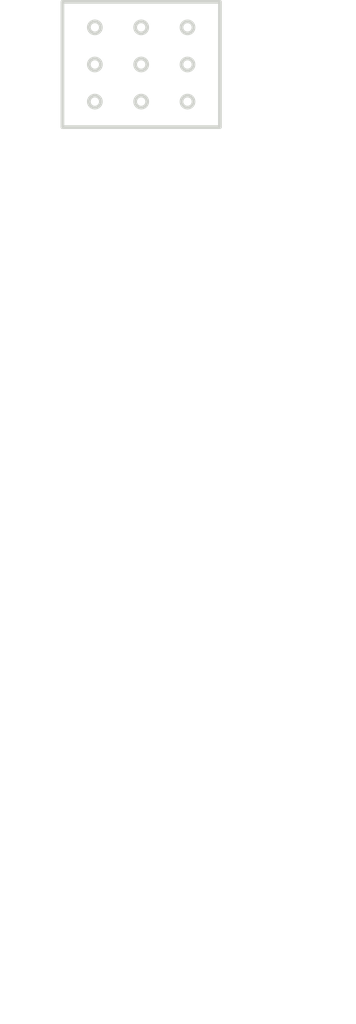
<source format=kicad_pcb>
(kicad_pcb (version 20171130) (host pcbnew 5.1.12-84ad8e8a86~92~ubuntu20.04.1)

  (general
    (thickness 1)
    (drawings 14)
    (tracks 0)
    (zones 0)
    (modules 0)
    (nets 1)
  )

  (page A4 portrait)
  (title_block
    (title ТКП-3.43.A)
    (date 2024-08-09)
    (rev 2A)
    (company "Spacer PBS-24-302SP [REV2A]")
    (comment 1 http://github.com/Adept666)
    (comment 2 "Igor Ivanov (Игорь Иванов)")
    (comment 3 -ТТКРЧПДЛ-)
    (comment 4 "This project is licensed under GNU General Public License v3.0 or later")
  )

  (layers
    (0 F.Cu signal)
    (31 B.Cu signal)
    (41 Cmts.User user)
    (44 Edge.Cuts user)
    (45 Margin user)
    (46 B.CrtYd user)
    (47 F.CrtYd user)
  )

  (setup
    (last_trace_width 1)
    (user_trace_width 0.6)
    (trace_clearance 0)
    (zone_clearance 0.6)
    (zone_45_only no)
    (trace_min 0.2)
    (via_size 1.5)
    (via_drill 0.5)
    (via_min_size 0.4)
    (via_min_drill 0.3)
    (uvia_size 0.3)
    (uvia_drill 0.1)
    (uvias_allowed no)
    (uvia_min_size 0.2)
    (uvia_min_drill 0.1)
    (edge_width 0.4)
    (segment_width 0.2)
    (pcb_text_width 0.3)
    (pcb_text_size 1.5 1.5)
    (mod_edge_width 0.15)
    (mod_text_size 1 1)
    (mod_text_width 0.15)
    (pad_size 1.6 1.8)
    (pad_drill 0)
    (pad_to_mask_clearance 0.1)
    (solder_mask_min_width 0.2)
    (aux_axis_origin 0 0)
    (visible_elements 7FFFFFFF)
    (pcbplotparams
      (layerselection 0x00200_7ffffffe)
      (usegerberextensions false)
      (usegerberattributes false)
      (usegerberadvancedattributes false)
      (creategerberjobfile false)
      (excludeedgelayer false)
      (linewidth 0.100000)
      (plotframeref true)
      (viasonmask false)
      (mode 1)
      (useauxorigin false)
      (hpglpennumber 1)
      (hpglpenspeed 20)
      (hpglpendiameter 15.000000)
      (psnegative false)
      (psa4output false)
      (plotreference false)
      (plotvalue false)
      (plotinvisibletext false)
      (padsonsilk true)
      (subtractmaskfromsilk false)
      (outputformat 4)
      (mirror false)
      (drillshape 0)
      (scaleselection 1)
      (outputdirectory ""))
  )

  (net 0 "")

  (net_class Default "This is the default net class."
    (clearance 0)
    (trace_width 1)
    (via_dia 1.5)
    (via_drill 0.5)
    (uvia_dia 0.3)
    (uvia_drill 0.1)
  )

  (gr_text "1. Толщина 1.0 мм." (at 90.17 250.19) (layer Cmts.User) (tstamp 66B56F24)
    (effects (font (size 2.54 2.54) (thickness 0.2)) (justify left))
  )
  (gr_circle (center 110.41 152.59) (end 111.06 152.59) (layer Edge.Cuts) (width 0.4) (tstamp 63D7F470))
  (gr_circle (center 105.41 152.59) (end 106.06 152.59) (layer Edge.Cuts) (width 0.4) (tstamp 63D7F470))
  (gr_circle (center 100.41 152.59) (end 101.06 152.59) (layer Edge.Cuts) (width 0.4) (tstamp 63D7F470))
  (gr_circle (center 110.41 148.59) (end 111.06 148.59) (layer Edge.Cuts) (width 0.4) (tstamp 63D7F470))
  (gr_circle (center 105.41 148.59) (end 106.06 148.59) (layer Edge.Cuts) (width 0.4) (tstamp 63D7F470))
  (gr_circle (center 100.41 148.59) (end 101.06 148.59) (layer Edge.Cuts) (width 0.4) (tstamp 63D7F470))
  (gr_circle (center 110.41 144.59) (end 111.06 144.59) (layer Edge.Cuts) (width 0.4) (tstamp 63D7F470))
  (gr_circle (center 105.41 144.59) (end 106.06 144.59) (layer Edge.Cuts) (width 0.4) (tstamp 63D7F470))
  (gr_circle (center 100.41 144.59) (end 101.06 144.59) (layer Edge.Cuts) (width 0.4))
  (gr_line (start 113.91 141.84) (end 113.91 155.34) (layer Edge.Cuts) (width 0.4) (tstamp 5FE6F872))
  (gr_line (start 96.91 141.84) (end 96.91 155.34) (layer Edge.Cuts) (width 0.4) (tstamp 5FE6F872))
  (gr_line (start 96.91 155.34) (end 113.91 155.34) (layer Edge.Cuts) (width 0.4) (tstamp 5FE6FAB1))
  (gr_line (start 96.91 141.84) (end 113.91 141.84) (layer Edge.Cuts) (width 0.4) (tstamp 5FE6F86E))

)

</source>
